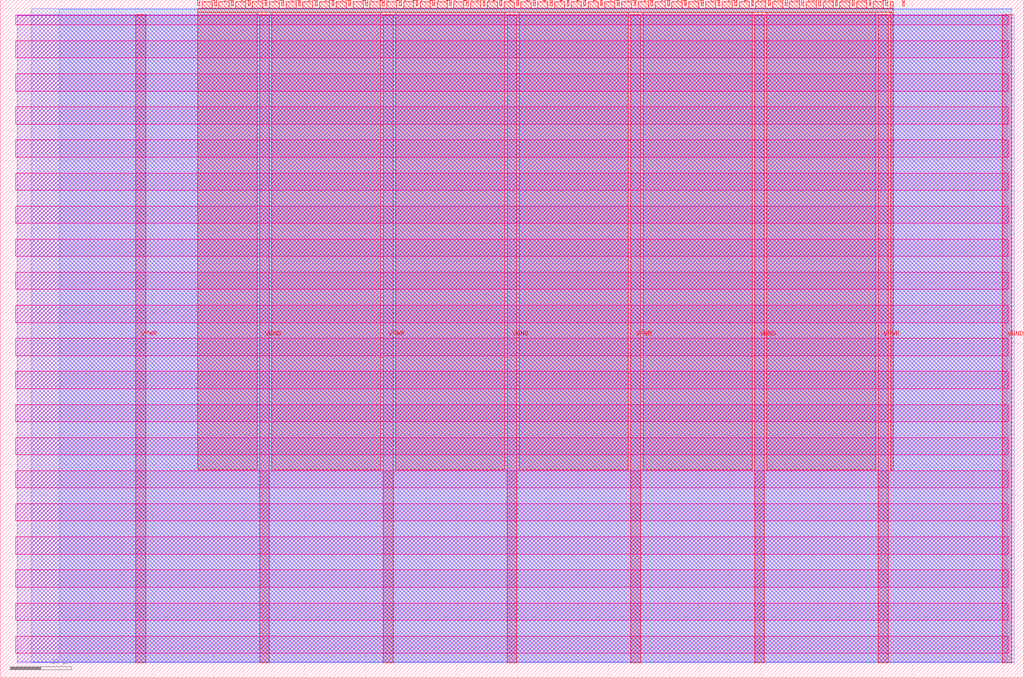
<source format=lef>
VERSION 5.7 ;
  NOWIREEXTENSIONATPIN ON ;
  DIVIDERCHAR "/" ;
  BUSBITCHARS "[]" ;
MACRO tt_um_synth_GyanepsaaS_dup
  CLASS BLOCK ;
  FOREIGN tt_um_synth_GyanepsaaS_dup ;
  ORIGIN 0.000 0.000 ;
  SIZE 168.360 BY 111.520 ;
  PIN VGND
    DIRECTION INOUT ;
    USE GROUND ;
    PORT
      LAYER met4 ;
        RECT 42.670 2.480 44.270 109.040 ;
    END
    PORT
      LAYER met4 ;
        RECT 83.380 2.480 84.980 109.040 ;
    END
    PORT
      LAYER met4 ;
        RECT 124.090 2.480 125.690 109.040 ;
    END
    PORT
      LAYER met4 ;
        RECT 164.800 2.480 166.400 109.040 ;
    END
  END VGND
  PIN VPWR
    DIRECTION INOUT ;
    USE POWER ;
    PORT
      LAYER met4 ;
        RECT 22.315 2.480 23.915 109.040 ;
    END
    PORT
      LAYER met4 ;
        RECT 63.025 2.480 64.625 109.040 ;
    END
    PORT
      LAYER met4 ;
        RECT 103.735 2.480 105.335 109.040 ;
    END
    PORT
      LAYER met4 ;
        RECT 144.445 2.480 146.045 109.040 ;
    END
  END VPWR
  PIN clk
    DIRECTION INPUT ;
    USE SIGNAL ;
    ANTENNAGATEAREA 0.852000 ;
    PORT
      LAYER met4 ;
        RECT 145.670 110.520 145.970 111.520 ;
    END
  END clk
  PIN ena
    DIRECTION INPUT ;
    USE SIGNAL ;
    PORT
      LAYER met4 ;
        RECT 148.430 110.520 148.730 111.520 ;
    END
  END ena
  PIN rst_n
    DIRECTION INPUT ;
    USE SIGNAL ;
    PORT
      LAYER met4 ;
        RECT 142.910 110.520 143.210 111.520 ;
    END
  END rst_n
  PIN ui_in[0]
    DIRECTION INPUT ;
    USE SIGNAL ;
    PORT
      LAYER met4 ;
        RECT 140.150 110.520 140.450 111.520 ;
    END
  END ui_in[0]
  PIN ui_in[1]
    DIRECTION INPUT ;
    USE SIGNAL ;
    PORT
      LAYER met4 ;
        RECT 137.390 110.520 137.690 111.520 ;
    END
  END ui_in[1]
  PIN ui_in[2]
    DIRECTION INPUT ;
    USE SIGNAL ;
    PORT
      LAYER met4 ;
        RECT 134.630 110.520 134.930 111.520 ;
    END
  END ui_in[2]
  PIN ui_in[3]
    DIRECTION INPUT ;
    USE SIGNAL ;
    ANTENNAGATEAREA 0.213000 ;
    PORT
      LAYER met4 ;
        RECT 131.870 110.520 132.170 111.520 ;
    END
  END ui_in[3]
  PIN ui_in[4]
    DIRECTION INPUT ;
    USE SIGNAL ;
    PORT
      LAYER met4 ;
        RECT 129.110 110.520 129.410 111.520 ;
    END
  END ui_in[4]
  PIN ui_in[5]
    DIRECTION INPUT ;
    USE SIGNAL ;
    PORT
      LAYER met4 ;
        RECT 126.350 110.520 126.650 111.520 ;
    END
  END ui_in[5]
  PIN ui_in[6]
    DIRECTION INPUT ;
    USE SIGNAL ;
    PORT
      LAYER met4 ;
        RECT 123.590 110.520 123.890 111.520 ;
    END
  END ui_in[6]
  PIN ui_in[7]
    DIRECTION INPUT ;
    USE SIGNAL ;
    PORT
      LAYER met4 ;
        RECT 120.830 110.520 121.130 111.520 ;
    END
  END ui_in[7]
  PIN uio_in[0]
    DIRECTION INPUT ;
    USE SIGNAL ;
    ANTENNAGATEAREA 0.213000 ;
    PORT
      LAYER met4 ;
        RECT 118.070 110.520 118.370 111.520 ;
    END
  END uio_in[0]
  PIN uio_in[1]
    DIRECTION INPUT ;
    USE SIGNAL ;
    ANTENNAGATEAREA 0.213000 ;
    PORT
      LAYER met4 ;
        RECT 115.310 110.520 115.610 111.520 ;
    END
  END uio_in[1]
  PIN uio_in[2]
    DIRECTION INPUT ;
    USE SIGNAL ;
    ANTENNAGATEAREA 0.159000 ;
    PORT
      LAYER met4 ;
        RECT 112.550 110.520 112.850 111.520 ;
    END
  END uio_in[2]
  PIN uio_in[3]
    DIRECTION INPUT ;
    USE SIGNAL ;
    ANTENNAGATEAREA 0.159000 ;
    PORT
      LAYER met4 ;
        RECT 109.790 110.520 110.090 111.520 ;
    END
  END uio_in[3]
  PIN uio_in[4]
    DIRECTION INPUT ;
    USE SIGNAL ;
    ANTENNAGATEAREA 0.196500 ;
    PORT
      LAYER met4 ;
        RECT 107.030 110.520 107.330 111.520 ;
    END
  END uio_in[4]
  PIN uio_in[5]
    DIRECTION INPUT ;
    USE SIGNAL ;
    ANTENNAGATEAREA 0.196500 ;
    PORT
      LAYER met4 ;
        RECT 104.270 110.520 104.570 111.520 ;
    END
  END uio_in[5]
  PIN uio_in[6]
    DIRECTION INPUT ;
    USE SIGNAL ;
    ANTENNAGATEAREA 0.196500 ;
    PORT
      LAYER met4 ;
        RECT 101.510 110.520 101.810 111.520 ;
    END
  END uio_in[6]
  PIN uio_in[7]
    DIRECTION INPUT ;
    USE SIGNAL ;
    ANTENNAGATEAREA 0.196500 ;
    PORT
      LAYER met4 ;
        RECT 98.750 110.520 99.050 111.520 ;
    END
  END uio_in[7]
  PIN uio_oe[0]
    DIRECTION OUTPUT TRISTATE ;
    USE SIGNAL ;
    PORT
      LAYER met4 ;
        RECT 51.830 110.520 52.130 111.520 ;
    END
  END uio_oe[0]
  PIN uio_oe[1]
    DIRECTION OUTPUT TRISTATE ;
    USE SIGNAL ;
    PORT
      LAYER met4 ;
        RECT 49.070 110.520 49.370 111.520 ;
    END
  END uio_oe[1]
  PIN uio_oe[2]
    DIRECTION OUTPUT TRISTATE ;
    USE SIGNAL ;
    PORT
      LAYER met4 ;
        RECT 46.310 110.520 46.610 111.520 ;
    END
  END uio_oe[2]
  PIN uio_oe[3]
    DIRECTION OUTPUT TRISTATE ;
    USE SIGNAL ;
    PORT
      LAYER met4 ;
        RECT 43.550 110.520 43.850 111.520 ;
    END
  END uio_oe[3]
  PIN uio_oe[4]
    DIRECTION OUTPUT TRISTATE ;
    USE SIGNAL ;
    PORT
      LAYER met4 ;
        RECT 40.790 110.520 41.090 111.520 ;
    END
  END uio_oe[4]
  PIN uio_oe[5]
    DIRECTION OUTPUT TRISTATE ;
    USE SIGNAL ;
    PORT
      LAYER met4 ;
        RECT 38.030 110.520 38.330 111.520 ;
    END
  END uio_oe[5]
  PIN uio_oe[6]
    DIRECTION OUTPUT TRISTATE ;
    USE SIGNAL ;
    PORT
      LAYER met4 ;
        RECT 35.270 110.520 35.570 111.520 ;
    END
  END uio_oe[6]
  PIN uio_oe[7]
    DIRECTION OUTPUT TRISTATE ;
    USE SIGNAL ;
    PORT
      LAYER met4 ;
        RECT 32.510 110.520 32.810 111.520 ;
    END
  END uio_oe[7]
  PIN uio_out[0]
    DIRECTION OUTPUT TRISTATE ;
    USE SIGNAL ;
    PORT
      LAYER met4 ;
        RECT 73.910 110.520 74.210 111.520 ;
    END
  END uio_out[0]
  PIN uio_out[1]
    DIRECTION OUTPUT TRISTATE ;
    USE SIGNAL ;
    PORT
      LAYER met4 ;
        RECT 71.150 110.520 71.450 111.520 ;
    END
  END uio_out[1]
  PIN uio_out[2]
    DIRECTION OUTPUT TRISTATE ;
    USE SIGNAL ;
    PORT
      LAYER met4 ;
        RECT 68.390 110.520 68.690 111.520 ;
    END
  END uio_out[2]
  PIN uio_out[3]
    DIRECTION OUTPUT TRISTATE ;
    USE SIGNAL ;
    PORT
      LAYER met4 ;
        RECT 65.630 110.520 65.930 111.520 ;
    END
  END uio_out[3]
  PIN uio_out[4]
    DIRECTION OUTPUT TRISTATE ;
    USE SIGNAL ;
    PORT
      LAYER met4 ;
        RECT 62.870 110.520 63.170 111.520 ;
    END
  END uio_out[4]
  PIN uio_out[5]
    DIRECTION OUTPUT TRISTATE ;
    USE SIGNAL ;
    PORT
      LAYER met4 ;
        RECT 60.110 110.520 60.410 111.520 ;
    END
  END uio_out[5]
  PIN uio_out[6]
    DIRECTION OUTPUT TRISTATE ;
    USE SIGNAL ;
    PORT
      LAYER met4 ;
        RECT 57.350 110.520 57.650 111.520 ;
    END
  END uio_out[6]
  PIN uio_out[7]
    DIRECTION OUTPUT TRISTATE ;
    USE SIGNAL ;
    PORT
      LAYER met4 ;
        RECT 54.590 110.520 54.890 111.520 ;
    END
  END uio_out[7]
  PIN uo_out[0]
    DIRECTION OUTPUT TRISTATE ;
    USE SIGNAL ;
    ANTENNADIFFAREA 0.795200 ;
    PORT
      LAYER met4 ;
        RECT 95.990 110.520 96.290 111.520 ;
    END
  END uo_out[0]
  PIN uo_out[1]
    DIRECTION OUTPUT TRISTATE ;
    USE SIGNAL ;
    PORT
      LAYER met4 ;
        RECT 93.230 110.520 93.530 111.520 ;
    END
  END uo_out[1]
  PIN uo_out[2]
    DIRECTION OUTPUT TRISTATE ;
    USE SIGNAL ;
    PORT
      LAYER met4 ;
        RECT 90.470 110.520 90.770 111.520 ;
    END
  END uo_out[2]
  PIN uo_out[3]
    DIRECTION OUTPUT TRISTATE ;
    USE SIGNAL ;
    PORT
      LAYER met4 ;
        RECT 87.710 110.520 88.010 111.520 ;
    END
  END uo_out[3]
  PIN uo_out[4]
    DIRECTION OUTPUT TRISTATE ;
    USE SIGNAL ;
    PORT
      LAYER met4 ;
        RECT 84.950 110.520 85.250 111.520 ;
    END
  END uo_out[4]
  PIN uo_out[5]
    DIRECTION OUTPUT TRISTATE ;
    USE SIGNAL ;
    PORT
      LAYER met4 ;
        RECT 82.190 110.520 82.490 111.520 ;
    END
  END uo_out[5]
  PIN uo_out[6]
    DIRECTION OUTPUT TRISTATE ;
    USE SIGNAL ;
    PORT
      LAYER met4 ;
        RECT 79.430 110.520 79.730 111.520 ;
    END
  END uo_out[6]
  PIN uo_out[7]
    DIRECTION OUTPUT TRISTATE ;
    USE SIGNAL ;
    PORT
      LAYER met4 ;
        RECT 76.670 110.520 76.970 111.520 ;
    END
  END uo_out[7]
  OBS
      LAYER nwell ;
        RECT 2.570 107.385 165.790 108.990 ;
        RECT 2.570 101.945 165.790 104.775 ;
        RECT 2.570 96.505 165.790 99.335 ;
        RECT 2.570 91.065 165.790 93.895 ;
        RECT 2.570 85.625 165.790 88.455 ;
        RECT 2.570 80.185 165.790 83.015 ;
        RECT 2.570 74.745 165.790 77.575 ;
        RECT 2.570 69.305 165.790 72.135 ;
        RECT 2.570 63.865 165.790 66.695 ;
        RECT 2.570 58.425 165.790 61.255 ;
        RECT 2.570 52.985 165.790 55.815 ;
        RECT 2.570 47.545 165.790 50.375 ;
        RECT 2.570 42.105 165.790 44.935 ;
        RECT 2.570 36.665 165.790 39.495 ;
        RECT 2.570 31.225 165.790 34.055 ;
        RECT 2.570 25.785 165.790 28.615 ;
        RECT 2.570 20.345 165.790 23.175 ;
        RECT 2.570 14.905 165.790 17.735 ;
        RECT 2.570 9.465 165.790 12.295 ;
        RECT 2.570 4.025 165.790 6.855 ;
      LAYER li1 ;
        RECT 2.760 2.635 165.600 108.885 ;
      LAYER met1 ;
        RECT 2.760 2.480 166.820 109.040 ;
      LAYER met2 ;
        RECT 5.160 2.535 166.370 110.005 ;
      LAYER met3 ;
        RECT 9.725 2.555 166.390 109.985 ;
      LAYER met4 ;
        RECT 33.210 110.120 34.870 111.170 ;
        RECT 35.970 110.120 37.630 111.170 ;
        RECT 38.730 110.120 40.390 111.170 ;
        RECT 41.490 110.120 43.150 111.170 ;
        RECT 44.250 110.120 45.910 111.170 ;
        RECT 47.010 110.120 48.670 111.170 ;
        RECT 49.770 110.120 51.430 111.170 ;
        RECT 52.530 110.120 54.190 111.170 ;
        RECT 55.290 110.120 56.950 111.170 ;
        RECT 58.050 110.120 59.710 111.170 ;
        RECT 60.810 110.120 62.470 111.170 ;
        RECT 63.570 110.120 65.230 111.170 ;
        RECT 66.330 110.120 67.990 111.170 ;
        RECT 69.090 110.120 70.750 111.170 ;
        RECT 71.850 110.120 73.510 111.170 ;
        RECT 74.610 110.120 76.270 111.170 ;
        RECT 77.370 110.120 79.030 111.170 ;
        RECT 80.130 110.120 81.790 111.170 ;
        RECT 82.890 110.120 84.550 111.170 ;
        RECT 85.650 110.120 87.310 111.170 ;
        RECT 88.410 110.120 90.070 111.170 ;
        RECT 91.170 110.120 92.830 111.170 ;
        RECT 93.930 110.120 95.590 111.170 ;
        RECT 96.690 110.120 98.350 111.170 ;
        RECT 99.450 110.120 101.110 111.170 ;
        RECT 102.210 110.120 103.870 111.170 ;
        RECT 104.970 110.120 106.630 111.170 ;
        RECT 107.730 110.120 109.390 111.170 ;
        RECT 110.490 110.120 112.150 111.170 ;
        RECT 113.250 110.120 114.910 111.170 ;
        RECT 116.010 110.120 117.670 111.170 ;
        RECT 118.770 110.120 120.430 111.170 ;
        RECT 121.530 110.120 123.190 111.170 ;
        RECT 124.290 110.120 125.950 111.170 ;
        RECT 127.050 110.120 128.710 111.170 ;
        RECT 129.810 110.120 131.470 111.170 ;
        RECT 132.570 110.120 134.230 111.170 ;
        RECT 135.330 110.120 136.990 111.170 ;
        RECT 138.090 110.120 139.750 111.170 ;
        RECT 140.850 110.120 142.510 111.170 ;
        RECT 143.610 110.120 145.270 111.170 ;
        RECT 146.370 110.120 146.905 111.170 ;
        RECT 32.495 109.440 146.905 110.120 ;
        RECT 32.495 34.175 42.270 109.440 ;
        RECT 44.670 34.175 62.625 109.440 ;
        RECT 65.025 34.175 82.980 109.440 ;
        RECT 85.380 34.175 103.335 109.440 ;
        RECT 105.735 34.175 123.690 109.440 ;
        RECT 126.090 34.175 144.045 109.440 ;
        RECT 146.445 34.175 146.905 109.440 ;
  END
END tt_um_synth_GyanepsaaS_dup
END LIBRARY


</source>
